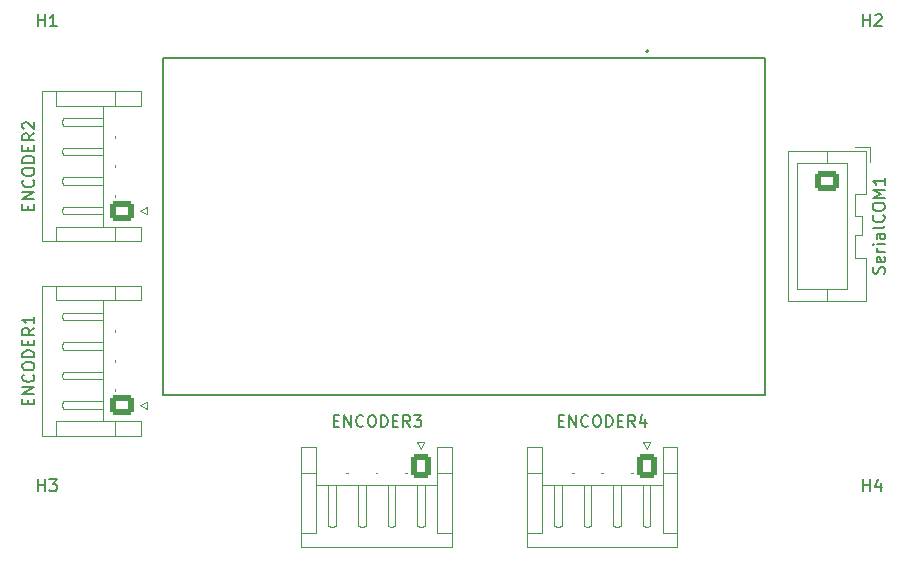
<source format=gto>
%TF.GenerationSoftware,KiCad,Pcbnew,8.0.6*%
%TF.CreationDate,2025-01-09T18:28:26-05:00*%
%TF.ProjectId,ESP32_ENCODERS,45535033-325f-4454-9e43-4f444552532e,rev?*%
%TF.SameCoordinates,Original*%
%TF.FileFunction,Legend,Top*%
%TF.FilePolarity,Positive*%
%FSLAX46Y46*%
G04 Gerber Fmt 4.6, Leading zero omitted, Abs format (unit mm)*
G04 Created by KiCad (PCBNEW 8.0.6) date 2025-01-09 18:28:26*
%MOMM*%
%LPD*%
G01*
G04 APERTURE LIST*
G04 Aperture macros list*
%AMRoundRect*
0 Rectangle with rounded corners*
0 $1 Rounding radius*
0 $2 $3 $4 $5 $6 $7 $8 $9 X,Y pos of 4 corners*
0 Add a 4 corners polygon primitive as box body*
4,1,4,$2,$3,$4,$5,$6,$7,$8,$9,$2,$3,0*
0 Add four circle primitives for the rounded corners*
1,1,$1+$1,$2,$3*
1,1,$1+$1,$4,$5*
1,1,$1+$1,$6,$7*
1,1,$1+$1,$8,$9*
0 Add four rect primitives between the rounded corners*
20,1,$1+$1,$2,$3,$4,$5,0*
20,1,$1+$1,$4,$5,$6,$7,0*
20,1,$1+$1,$6,$7,$8,$9,0*
20,1,$1+$1,$8,$9,$2,$3,0*%
G04 Aperture macros list end*
%ADD10C,0.150000*%
%ADD11C,0.120000*%
%ADD12C,0.200000*%
%ADD13C,0.127000*%
%ADD14C,3.800000*%
%ADD15O,1.700000X1.950000*%
%ADD16RoundRect,0.250000X0.600000X0.725000X-0.600000X0.725000X-0.600000X-0.725000X0.600000X-0.725000X0*%
%ADD17O,1.950000X1.700000*%
%ADD18RoundRect,0.250000X0.725000X-0.600000X0.725000X0.600000X-0.725000X0.600000X-0.725000X-0.600000X0*%
%ADD19RoundRect,0.250000X-0.725000X0.600000X-0.725000X-0.600000X0.725000X-0.600000X0.725000X0.600000X0*%
%ADD20C,2.000000*%
%ADD21R,2.000000X2.000000*%
G04 APERTURE END LIST*
D10*
X128778095Y-88444819D02*
X128778095Y-87444819D01*
X128778095Y-87921009D02*
X129349523Y-87921009D01*
X129349523Y-88444819D02*
X129349523Y-87444819D01*
X130254285Y-87778152D02*
X130254285Y-88444819D01*
X130016190Y-87397200D02*
X129778095Y-88111485D01*
X129778095Y-88111485D02*
X130397142Y-88111485D01*
X102989524Y-82481009D02*
X103322857Y-82481009D01*
X103465714Y-83004819D02*
X102989524Y-83004819D01*
X102989524Y-83004819D02*
X102989524Y-82004819D01*
X102989524Y-82004819D02*
X103465714Y-82004819D01*
X103894286Y-83004819D02*
X103894286Y-82004819D01*
X103894286Y-82004819D02*
X104465714Y-83004819D01*
X104465714Y-83004819D02*
X104465714Y-82004819D01*
X105513333Y-82909580D02*
X105465714Y-82957200D01*
X105465714Y-82957200D02*
X105322857Y-83004819D01*
X105322857Y-83004819D02*
X105227619Y-83004819D01*
X105227619Y-83004819D02*
X105084762Y-82957200D01*
X105084762Y-82957200D02*
X104989524Y-82861961D01*
X104989524Y-82861961D02*
X104941905Y-82766723D01*
X104941905Y-82766723D02*
X104894286Y-82576247D01*
X104894286Y-82576247D02*
X104894286Y-82433390D01*
X104894286Y-82433390D02*
X104941905Y-82242914D01*
X104941905Y-82242914D02*
X104989524Y-82147676D01*
X104989524Y-82147676D02*
X105084762Y-82052438D01*
X105084762Y-82052438D02*
X105227619Y-82004819D01*
X105227619Y-82004819D02*
X105322857Y-82004819D01*
X105322857Y-82004819D02*
X105465714Y-82052438D01*
X105465714Y-82052438D02*
X105513333Y-82100057D01*
X106132381Y-82004819D02*
X106322857Y-82004819D01*
X106322857Y-82004819D02*
X106418095Y-82052438D01*
X106418095Y-82052438D02*
X106513333Y-82147676D01*
X106513333Y-82147676D02*
X106560952Y-82338152D01*
X106560952Y-82338152D02*
X106560952Y-82671485D01*
X106560952Y-82671485D02*
X106513333Y-82861961D01*
X106513333Y-82861961D02*
X106418095Y-82957200D01*
X106418095Y-82957200D02*
X106322857Y-83004819D01*
X106322857Y-83004819D02*
X106132381Y-83004819D01*
X106132381Y-83004819D02*
X106037143Y-82957200D01*
X106037143Y-82957200D02*
X105941905Y-82861961D01*
X105941905Y-82861961D02*
X105894286Y-82671485D01*
X105894286Y-82671485D02*
X105894286Y-82338152D01*
X105894286Y-82338152D02*
X105941905Y-82147676D01*
X105941905Y-82147676D02*
X106037143Y-82052438D01*
X106037143Y-82052438D02*
X106132381Y-82004819D01*
X106989524Y-83004819D02*
X106989524Y-82004819D01*
X106989524Y-82004819D02*
X107227619Y-82004819D01*
X107227619Y-82004819D02*
X107370476Y-82052438D01*
X107370476Y-82052438D02*
X107465714Y-82147676D01*
X107465714Y-82147676D02*
X107513333Y-82242914D01*
X107513333Y-82242914D02*
X107560952Y-82433390D01*
X107560952Y-82433390D02*
X107560952Y-82576247D01*
X107560952Y-82576247D02*
X107513333Y-82766723D01*
X107513333Y-82766723D02*
X107465714Y-82861961D01*
X107465714Y-82861961D02*
X107370476Y-82957200D01*
X107370476Y-82957200D02*
X107227619Y-83004819D01*
X107227619Y-83004819D02*
X106989524Y-83004819D01*
X107989524Y-82481009D02*
X108322857Y-82481009D01*
X108465714Y-83004819D02*
X107989524Y-83004819D01*
X107989524Y-83004819D02*
X107989524Y-82004819D01*
X107989524Y-82004819D02*
X108465714Y-82004819D01*
X109465714Y-83004819D02*
X109132381Y-82528628D01*
X108894286Y-83004819D02*
X108894286Y-82004819D01*
X108894286Y-82004819D02*
X109275238Y-82004819D01*
X109275238Y-82004819D02*
X109370476Y-82052438D01*
X109370476Y-82052438D02*
X109418095Y-82100057D01*
X109418095Y-82100057D02*
X109465714Y-82195295D01*
X109465714Y-82195295D02*
X109465714Y-82338152D01*
X109465714Y-82338152D02*
X109418095Y-82433390D01*
X109418095Y-82433390D02*
X109370476Y-82481009D01*
X109370476Y-82481009D02*
X109275238Y-82528628D01*
X109275238Y-82528628D02*
X108894286Y-82528628D01*
X110322857Y-82338152D02*
X110322857Y-83004819D01*
X110084762Y-81957200D02*
X109846667Y-82671485D01*
X109846667Y-82671485D02*
X110465714Y-82671485D01*
X83939524Y-82481009D02*
X84272857Y-82481009D01*
X84415714Y-83004819D02*
X83939524Y-83004819D01*
X83939524Y-83004819D02*
X83939524Y-82004819D01*
X83939524Y-82004819D02*
X84415714Y-82004819D01*
X84844286Y-83004819D02*
X84844286Y-82004819D01*
X84844286Y-82004819D02*
X85415714Y-83004819D01*
X85415714Y-83004819D02*
X85415714Y-82004819D01*
X86463333Y-82909580D02*
X86415714Y-82957200D01*
X86415714Y-82957200D02*
X86272857Y-83004819D01*
X86272857Y-83004819D02*
X86177619Y-83004819D01*
X86177619Y-83004819D02*
X86034762Y-82957200D01*
X86034762Y-82957200D02*
X85939524Y-82861961D01*
X85939524Y-82861961D02*
X85891905Y-82766723D01*
X85891905Y-82766723D02*
X85844286Y-82576247D01*
X85844286Y-82576247D02*
X85844286Y-82433390D01*
X85844286Y-82433390D02*
X85891905Y-82242914D01*
X85891905Y-82242914D02*
X85939524Y-82147676D01*
X85939524Y-82147676D02*
X86034762Y-82052438D01*
X86034762Y-82052438D02*
X86177619Y-82004819D01*
X86177619Y-82004819D02*
X86272857Y-82004819D01*
X86272857Y-82004819D02*
X86415714Y-82052438D01*
X86415714Y-82052438D02*
X86463333Y-82100057D01*
X87082381Y-82004819D02*
X87272857Y-82004819D01*
X87272857Y-82004819D02*
X87368095Y-82052438D01*
X87368095Y-82052438D02*
X87463333Y-82147676D01*
X87463333Y-82147676D02*
X87510952Y-82338152D01*
X87510952Y-82338152D02*
X87510952Y-82671485D01*
X87510952Y-82671485D02*
X87463333Y-82861961D01*
X87463333Y-82861961D02*
X87368095Y-82957200D01*
X87368095Y-82957200D02*
X87272857Y-83004819D01*
X87272857Y-83004819D02*
X87082381Y-83004819D01*
X87082381Y-83004819D02*
X86987143Y-82957200D01*
X86987143Y-82957200D02*
X86891905Y-82861961D01*
X86891905Y-82861961D02*
X86844286Y-82671485D01*
X86844286Y-82671485D02*
X86844286Y-82338152D01*
X86844286Y-82338152D02*
X86891905Y-82147676D01*
X86891905Y-82147676D02*
X86987143Y-82052438D01*
X86987143Y-82052438D02*
X87082381Y-82004819D01*
X87939524Y-83004819D02*
X87939524Y-82004819D01*
X87939524Y-82004819D02*
X88177619Y-82004819D01*
X88177619Y-82004819D02*
X88320476Y-82052438D01*
X88320476Y-82052438D02*
X88415714Y-82147676D01*
X88415714Y-82147676D02*
X88463333Y-82242914D01*
X88463333Y-82242914D02*
X88510952Y-82433390D01*
X88510952Y-82433390D02*
X88510952Y-82576247D01*
X88510952Y-82576247D02*
X88463333Y-82766723D01*
X88463333Y-82766723D02*
X88415714Y-82861961D01*
X88415714Y-82861961D02*
X88320476Y-82957200D01*
X88320476Y-82957200D02*
X88177619Y-83004819D01*
X88177619Y-83004819D02*
X87939524Y-83004819D01*
X88939524Y-82481009D02*
X89272857Y-82481009D01*
X89415714Y-83004819D02*
X88939524Y-83004819D01*
X88939524Y-83004819D02*
X88939524Y-82004819D01*
X88939524Y-82004819D02*
X89415714Y-82004819D01*
X90415714Y-83004819D02*
X90082381Y-82528628D01*
X89844286Y-83004819D02*
X89844286Y-82004819D01*
X89844286Y-82004819D02*
X90225238Y-82004819D01*
X90225238Y-82004819D02*
X90320476Y-82052438D01*
X90320476Y-82052438D02*
X90368095Y-82100057D01*
X90368095Y-82100057D02*
X90415714Y-82195295D01*
X90415714Y-82195295D02*
X90415714Y-82338152D01*
X90415714Y-82338152D02*
X90368095Y-82433390D01*
X90368095Y-82433390D02*
X90320476Y-82481009D01*
X90320476Y-82481009D02*
X90225238Y-82528628D01*
X90225238Y-82528628D02*
X89844286Y-82528628D01*
X90749048Y-82004819D02*
X91368095Y-82004819D01*
X91368095Y-82004819D02*
X91034762Y-82385771D01*
X91034762Y-82385771D02*
X91177619Y-82385771D01*
X91177619Y-82385771D02*
X91272857Y-82433390D01*
X91272857Y-82433390D02*
X91320476Y-82481009D01*
X91320476Y-82481009D02*
X91368095Y-82576247D01*
X91368095Y-82576247D02*
X91368095Y-82814342D01*
X91368095Y-82814342D02*
X91320476Y-82909580D01*
X91320476Y-82909580D02*
X91272857Y-82957200D01*
X91272857Y-82957200D02*
X91177619Y-83004819D01*
X91177619Y-83004819D02*
X90891905Y-83004819D01*
X90891905Y-83004819D02*
X90796667Y-82957200D01*
X90796667Y-82957200D02*
X90749048Y-82909580D01*
X58071009Y-64630475D02*
X58071009Y-64297142D01*
X58594819Y-64154285D02*
X58594819Y-64630475D01*
X58594819Y-64630475D02*
X57594819Y-64630475D01*
X57594819Y-64630475D02*
X57594819Y-64154285D01*
X58594819Y-63725713D02*
X57594819Y-63725713D01*
X57594819Y-63725713D02*
X58594819Y-63154285D01*
X58594819Y-63154285D02*
X57594819Y-63154285D01*
X58499580Y-62106666D02*
X58547200Y-62154285D01*
X58547200Y-62154285D02*
X58594819Y-62297142D01*
X58594819Y-62297142D02*
X58594819Y-62392380D01*
X58594819Y-62392380D02*
X58547200Y-62535237D01*
X58547200Y-62535237D02*
X58451961Y-62630475D01*
X58451961Y-62630475D02*
X58356723Y-62678094D01*
X58356723Y-62678094D02*
X58166247Y-62725713D01*
X58166247Y-62725713D02*
X58023390Y-62725713D01*
X58023390Y-62725713D02*
X57832914Y-62678094D01*
X57832914Y-62678094D02*
X57737676Y-62630475D01*
X57737676Y-62630475D02*
X57642438Y-62535237D01*
X57642438Y-62535237D02*
X57594819Y-62392380D01*
X57594819Y-62392380D02*
X57594819Y-62297142D01*
X57594819Y-62297142D02*
X57642438Y-62154285D01*
X57642438Y-62154285D02*
X57690057Y-62106666D01*
X57594819Y-61487618D02*
X57594819Y-61297142D01*
X57594819Y-61297142D02*
X57642438Y-61201904D01*
X57642438Y-61201904D02*
X57737676Y-61106666D01*
X57737676Y-61106666D02*
X57928152Y-61059047D01*
X57928152Y-61059047D02*
X58261485Y-61059047D01*
X58261485Y-61059047D02*
X58451961Y-61106666D01*
X58451961Y-61106666D02*
X58547200Y-61201904D01*
X58547200Y-61201904D02*
X58594819Y-61297142D01*
X58594819Y-61297142D02*
X58594819Y-61487618D01*
X58594819Y-61487618D02*
X58547200Y-61582856D01*
X58547200Y-61582856D02*
X58451961Y-61678094D01*
X58451961Y-61678094D02*
X58261485Y-61725713D01*
X58261485Y-61725713D02*
X57928152Y-61725713D01*
X57928152Y-61725713D02*
X57737676Y-61678094D01*
X57737676Y-61678094D02*
X57642438Y-61582856D01*
X57642438Y-61582856D02*
X57594819Y-61487618D01*
X58594819Y-60630475D02*
X57594819Y-60630475D01*
X57594819Y-60630475D02*
X57594819Y-60392380D01*
X57594819Y-60392380D02*
X57642438Y-60249523D01*
X57642438Y-60249523D02*
X57737676Y-60154285D01*
X57737676Y-60154285D02*
X57832914Y-60106666D01*
X57832914Y-60106666D02*
X58023390Y-60059047D01*
X58023390Y-60059047D02*
X58166247Y-60059047D01*
X58166247Y-60059047D02*
X58356723Y-60106666D01*
X58356723Y-60106666D02*
X58451961Y-60154285D01*
X58451961Y-60154285D02*
X58547200Y-60249523D01*
X58547200Y-60249523D02*
X58594819Y-60392380D01*
X58594819Y-60392380D02*
X58594819Y-60630475D01*
X58071009Y-59630475D02*
X58071009Y-59297142D01*
X58594819Y-59154285D02*
X58594819Y-59630475D01*
X58594819Y-59630475D02*
X57594819Y-59630475D01*
X57594819Y-59630475D02*
X57594819Y-59154285D01*
X58594819Y-58154285D02*
X58118628Y-58487618D01*
X58594819Y-58725713D02*
X57594819Y-58725713D01*
X57594819Y-58725713D02*
X57594819Y-58344761D01*
X57594819Y-58344761D02*
X57642438Y-58249523D01*
X57642438Y-58249523D02*
X57690057Y-58201904D01*
X57690057Y-58201904D02*
X57785295Y-58154285D01*
X57785295Y-58154285D02*
X57928152Y-58154285D01*
X57928152Y-58154285D02*
X58023390Y-58201904D01*
X58023390Y-58201904D02*
X58071009Y-58249523D01*
X58071009Y-58249523D02*
X58118628Y-58344761D01*
X58118628Y-58344761D02*
X58118628Y-58725713D01*
X57690057Y-57773332D02*
X57642438Y-57725713D01*
X57642438Y-57725713D02*
X57594819Y-57630475D01*
X57594819Y-57630475D02*
X57594819Y-57392380D01*
X57594819Y-57392380D02*
X57642438Y-57297142D01*
X57642438Y-57297142D02*
X57690057Y-57249523D01*
X57690057Y-57249523D02*
X57785295Y-57201904D01*
X57785295Y-57201904D02*
X57880533Y-57201904D01*
X57880533Y-57201904D02*
X58023390Y-57249523D01*
X58023390Y-57249523D02*
X58594819Y-57820951D01*
X58594819Y-57820951D02*
X58594819Y-57201904D01*
X58071009Y-81100475D02*
X58071009Y-80767142D01*
X58594819Y-80624285D02*
X58594819Y-81100475D01*
X58594819Y-81100475D02*
X57594819Y-81100475D01*
X57594819Y-81100475D02*
X57594819Y-80624285D01*
X58594819Y-80195713D02*
X57594819Y-80195713D01*
X57594819Y-80195713D02*
X58594819Y-79624285D01*
X58594819Y-79624285D02*
X57594819Y-79624285D01*
X58499580Y-78576666D02*
X58547200Y-78624285D01*
X58547200Y-78624285D02*
X58594819Y-78767142D01*
X58594819Y-78767142D02*
X58594819Y-78862380D01*
X58594819Y-78862380D02*
X58547200Y-79005237D01*
X58547200Y-79005237D02*
X58451961Y-79100475D01*
X58451961Y-79100475D02*
X58356723Y-79148094D01*
X58356723Y-79148094D02*
X58166247Y-79195713D01*
X58166247Y-79195713D02*
X58023390Y-79195713D01*
X58023390Y-79195713D02*
X57832914Y-79148094D01*
X57832914Y-79148094D02*
X57737676Y-79100475D01*
X57737676Y-79100475D02*
X57642438Y-79005237D01*
X57642438Y-79005237D02*
X57594819Y-78862380D01*
X57594819Y-78862380D02*
X57594819Y-78767142D01*
X57594819Y-78767142D02*
X57642438Y-78624285D01*
X57642438Y-78624285D02*
X57690057Y-78576666D01*
X57594819Y-77957618D02*
X57594819Y-77767142D01*
X57594819Y-77767142D02*
X57642438Y-77671904D01*
X57642438Y-77671904D02*
X57737676Y-77576666D01*
X57737676Y-77576666D02*
X57928152Y-77529047D01*
X57928152Y-77529047D02*
X58261485Y-77529047D01*
X58261485Y-77529047D02*
X58451961Y-77576666D01*
X58451961Y-77576666D02*
X58547200Y-77671904D01*
X58547200Y-77671904D02*
X58594819Y-77767142D01*
X58594819Y-77767142D02*
X58594819Y-77957618D01*
X58594819Y-77957618D02*
X58547200Y-78052856D01*
X58547200Y-78052856D02*
X58451961Y-78148094D01*
X58451961Y-78148094D02*
X58261485Y-78195713D01*
X58261485Y-78195713D02*
X57928152Y-78195713D01*
X57928152Y-78195713D02*
X57737676Y-78148094D01*
X57737676Y-78148094D02*
X57642438Y-78052856D01*
X57642438Y-78052856D02*
X57594819Y-77957618D01*
X58594819Y-77100475D02*
X57594819Y-77100475D01*
X57594819Y-77100475D02*
X57594819Y-76862380D01*
X57594819Y-76862380D02*
X57642438Y-76719523D01*
X57642438Y-76719523D02*
X57737676Y-76624285D01*
X57737676Y-76624285D02*
X57832914Y-76576666D01*
X57832914Y-76576666D02*
X58023390Y-76529047D01*
X58023390Y-76529047D02*
X58166247Y-76529047D01*
X58166247Y-76529047D02*
X58356723Y-76576666D01*
X58356723Y-76576666D02*
X58451961Y-76624285D01*
X58451961Y-76624285D02*
X58547200Y-76719523D01*
X58547200Y-76719523D02*
X58594819Y-76862380D01*
X58594819Y-76862380D02*
X58594819Y-77100475D01*
X58071009Y-76100475D02*
X58071009Y-75767142D01*
X58594819Y-75624285D02*
X58594819Y-76100475D01*
X58594819Y-76100475D02*
X57594819Y-76100475D01*
X57594819Y-76100475D02*
X57594819Y-75624285D01*
X58594819Y-74624285D02*
X58118628Y-74957618D01*
X58594819Y-75195713D02*
X57594819Y-75195713D01*
X57594819Y-75195713D02*
X57594819Y-74814761D01*
X57594819Y-74814761D02*
X57642438Y-74719523D01*
X57642438Y-74719523D02*
X57690057Y-74671904D01*
X57690057Y-74671904D02*
X57785295Y-74624285D01*
X57785295Y-74624285D02*
X57928152Y-74624285D01*
X57928152Y-74624285D02*
X58023390Y-74671904D01*
X58023390Y-74671904D02*
X58071009Y-74719523D01*
X58071009Y-74719523D02*
X58118628Y-74814761D01*
X58118628Y-74814761D02*
X58118628Y-75195713D01*
X58594819Y-73671904D02*
X58594819Y-74243332D01*
X58594819Y-73957618D02*
X57594819Y-73957618D01*
X57594819Y-73957618D02*
X57737676Y-74052856D01*
X57737676Y-74052856D02*
X57832914Y-74148094D01*
X57832914Y-74148094D02*
X57880533Y-74243332D01*
X130537200Y-70027618D02*
X130584819Y-69884761D01*
X130584819Y-69884761D02*
X130584819Y-69646666D01*
X130584819Y-69646666D02*
X130537200Y-69551428D01*
X130537200Y-69551428D02*
X130489580Y-69503809D01*
X130489580Y-69503809D02*
X130394342Y-69456190D01*
X130394342Y-69456190D02*
X130299104Y-69456190D01*
X130299104Y-69456190D02*
X130203866Y-69503809D01*
X130203866Y-69503809D02*
X130156247Y-69551428D01*
X130156247Y-69551428D02*
X130108628Y-69646666D01*
X130108628Y-69646666D02*
X130061009Y-69837142D01*
X130061009Y-69837142D02*
X130013390Y-69932380D01*
X130013390Y-69932380D02*
X129965771Y-69979999D01*
X129965771Y-69979999D02*
X129870533Y-70027618D01*
X129870533Y-70027618D02*
X129775295Y-70027618D01*
X129775295Y-70027618D02*
X129680057Y-69979999D01*
X129680057Y-69979999D02*
X129632438Y-69932380D01*
X129632438Y-69932380D02*
X129584819Y-69837142D01*
X129584819Y-69837142D02*
X129584819Y-69599047D01*
X129584819Y-69599047D02*
X129632438Y-69456190D01*
X130537200Y-68646666D02*
X130584819Y-68741904D01*
X130584819Y-68741904D02*
X130584819Y-68932380D01*
X130584819Y-68932380D02*
X130537200Y-69027618D01*
X130537200Y-69027618D02*
X130441961Y-69075237D01*
X130441961Y-69075237D02*
X130061009Y-69075237D01*
X130061009Y-69075237D02*
X129965771Y-69027618D01*
X129965771Y-69027618D02*
X129918152Y-68932380D01*
X129918152Y-68932380D02*
X129918152Y-68741904D01*
X129918152Y-68741904D02*
X129965771Y-68646666D01*
X129965771Y-68646666D02*
X130061009Y-68599047D01*
X130061009Y-68599047D02*
X130156247Y-68599047D01*
X130156247Y-68599047D02*
X130251485Y-69075237D01*
X130584819Y-68170475D02*
X129918152Y-68170475D01*
X130108628Y-68170475D02*
X130013390Y-68122856D01*
X130013390Y-68122856D02*
X129965771Y-68075237D01*
X129965771Y-68075237D02*
X129918152Y-67979999D01*
X129918152Y-67979999D02*
X129918152Y-67884761D01*
X130584819Y-67551427D02*
X129918152Y-67551427D01*
X129584819Y-67551427D02*
X129632438Y-67599046D01*
X129632438Y-67599046D02*
X129680057Y-67551427D01*
X129680057Y-67551427D02*
X129632438Y-67503808D01*
X129632438Y-67503808D02*
X129584819Y-67551427D01*
X129584819Y-67551427D02*
X129680057Y-67551427D01*
X130584819Y-66646666D02*
X130061009Y-66646666D01*
X130061009Y-66646666D02*
X129965771Y-66694285D01*
X129965771Y-66694285D02*
X129918152Y-66789523D01*
X129918152Y-66789523D02*
X129918152Y-66979999D01*
X129918152Y-66979999D02*
X129965771Y-67075237D01*
X130537200Y-66646666D02*
X130584819Y-66741904D01*
X130584819Y-66741904D02*
X130584819Y-66979999D01*
X130584819Y-66979999D02*
X130537200Y-67075237D01*
X130537200Y-67075237D02*
X130441961Y-67122856D01*
X130441961Y-67122856D02*
X130346723Y-67122856D01*
X130346723Y-67122856D02*
X130251485Y-67075237D01*
X130251485Y-67075237D02*
X130203866Y-66979999D01*
X130203866Y-66979999D02*
X130203866Y-66741904D01*
X130203866Y-66741904D02*
X130156247Y-66646666D01*
X130584819Y-66027618D02*
X130537200Y-66122856D01*
X130537200Y-66122856D02*
X130441961Y-66170475D01*
X130441961Y-66170475D02*
X129584819Y-66170475D01*
X130489580Y-65075237D02*
X130537200Y-65122856D01*
X130537200Y-65122856D02*
X130584819Y-65265713D01*
X130584819Y-65265713D02*
X130584819Y-65360951D01*
X130584819Y-65360951D02*
X130537200Y-65503808D01*
X130537200Y-65503808D02*
X130441961Y-65599046D01*
X130441961Y-65599046D02*
X130346723Y-65646665D01*
X130346723Y-65646665D02*
X130156247Y-65694284D01*
X130156247Y-65694284D02*
X130013390Y-65694284D01*
X130013390Y-65694284D02*
X129822914Y-65646665D01*
X129822914Y-65646665D02*
X129727676Y-65599046D01*
X129727676Y-65599046D02*
X129632438Y-65503808D01*
X129632438Y-65503808D02*
X129584819Y-65360951D01*
X129584819Y-65360951D02*
X129584819Y-65265713D01*
X129584819Y-65265713D02*
X129632438Y-65122856D01*
X129632438Y-65122856D02*
X129680057Y-65075237D01*
X129584819Y-64456189D02*
X129584819Y-64265713D01*
X129584819Y-64265713D02*
X129632438Y-64170475D01*
X129632438Y-64170475D02*
X129727676Y-64075237D01*
X129727676Y-64075237D02*
X129918152Y-64027618D01*
X129918152Y-64027618D02*
X130251485Y-64027618D01*
X130251485Y-64027618D02*
X130441961Y-64075237D01*
X130441961Y-64075237D02*
X130537200Y-64170475D01*
X130537200Y-64170475D02*
X130584819Y-64265713D01*
X130584819Y-64265713D02*
X130584819Y-64456189D01*
X130584819Y-64456189D02*
X130537200Y-64551427D01*
X130537200Y-64551427D02*
X130441961Y-64646665D01*
X130441961Y-64646665D02*
X130251485Y-64694284D01*
X130251485Y-64694284D02*
X129918152Y-64694284D01*
X129918152Y-64694284D02*
X129727676Y-64646665D01*
X129727676Y-64646665D02*
X129632438Y-64551427D01*
X129632438Y-64551427D02*
X129584819Y-64456189D01*
X130584819Y-63599046D02*
X129584819Y-63599046D01*
X129584819Y-63599046D02*
X130299104Y-63265713D01*
X130299104Y-63265713D02*
X129584819Y-62932380D01*
X129584819Y-62932380D02*
X130584819Y-62932380D01*
X130584819Y-61932380D02*
X130584819Y-62503808D01*
X130584819Y-62218094D02*
X129584819Y-62218094D01*
X129584819Y-62218094D02*
X129727676Y-62313332D01*
X129727676Y-62313332D02*
X129822914Y-62408570D01*
X129822914Y-62408570D02*
X129870533Y-62503808D01*
X58928095Y-49074819D02*
X58928095Y-48074819D01*
X58928095Y-48551009D02*
X59499523Y-48551009D01*
X59499523Y-49074819D02*
X59499523Y-48074819D01*
X60499523Y-49074819D02*
X59928095Y-49074819D01*
X60213809Y-49074819D02*
X60213809Y-48074819D01*
X60213809Y-48074819D02*
X60118571Y-48217676D01*
X60118571Y-48217676D02*
X60023333Y-48312914D01*
X60023333Y-48312914D02*
X59928095Y-48360533D01*
X128778095Y-49074819D02*
X128778095Y-48074819D01*
X128778095Y-48551009D02*
X129349523Y-48551009D01*
X129349523Y-49074819D02*
X129349523Y-48074819D01*
X129778095Y-48170057D02*
X129825714Y-48122438D01*
X129825714Y-48122438D02*
X129920952Y-48074819D01*
X129920952Y-48074819D02*
X130159047Y-48074819D01*
X130159047Y-48074819D02*
X130254285Y-48122438D01*
X130254285Y-48122438D02*
X130301904Y-48170057D01*
X130301904Y-48170057D02*
X130349523Y-48265295D01*
X130349523Y-48265295D02*
X130349523Y-48360533D01*
X130349523Y-48360533D02*
X130301904Y-48503390D01*
X130301904Y-48503390D02*
X129730476Y-49074819D01*
X129730476Y-49074819D02*
X130349523Y-49074819D01*
X58928095Y-88444819D02*
X58928095Y-87444819D01*
X58928095Y-87921009D02*
X59499523Y-87921009D01*
X59499523Y-88444819D02*
X59499523Y-87444819D01*
X59880476Y-87444819D02*
X60499523Y-87444819D01*
X60499523Y-87444819D02*
X60166190Y-87825771D01*
X60166190Y-87825771D02*
X60309047Y-87825771D01*
X60309047Y-87825771D02*
X60404285Y-87873390D01*
X60404285Y-87873390D02*
X60451904Y-87921009D01*
X60451904Y-87921009D02*
X60499523Y-88016247D01*
X60499523Y-88016247D02*
X60499523Y-88254342D01*
X60499523Y-88254342D02*
X60451904Y-88349580D01*
X60451904Y-88349580D02*
X60404285Y-88397200D01*
X60404285Y-88397200D02*
X60309047Y-88444819D01*
X60309047Y-88444819D02*
X60023333Y-88444819D01*
X60023333Y-88444819D02*
X59928095Y-88397200D01*
X59928095Y-88397200D02*
X59880476Y-88349580D01*
D11*
%TO.C,ENCODER4*%
X100320000Y-84750000D02*
X101540000Y-84750000D01*
X100320000Y-91950000D02*
X101540000Y-91950000D01*
X100320000Y-93170000D02*
X100320000Y-84750000D01*
X101540000Y-84750000D02*
X101540000Y-86950000D01*
X101540000Y-86950000D02*
X100320000Y-86950000D01*
X101540000Y-91950000D02*
X101540000Y-86950000D01*
X102610000Y-87950000D02*
X102930000Y-87950000D01*
X102610000Y-91370000D02*
X102610000Y-87950000D01*
X102930000Y-87950000D02*
X103250000Y-87950000D01*
X102930000Y-91450000D02*
X102610000Y-91370000D01*
X103250000Y-87950000D02*
X103250000Y-91370000D01*
X103250000Y-91370000D02*
X102930000Y-91450000D01*
X104260000Y-86950000D02*
X104100000Y-86950000D01*
X105110000Y-87950000D02*
X105430000Y-87950000D01*
X105110000Y-91370000D02*
X105110000Y-87950000D01*
X105430000Y-87950000D02*
X105750000Y-87950000D01*
X105430000Y-91450000D02*
X105110000Y-91370000D01*
X105750000Y-87950000D02*
X105750000Y-91370000D01*
X105750000Y-91370000D02*
X105430000Y-91450000D01*
X106760000Y-86950000D02*
X106600000Y-86950000D01*
X107610000Y-87950000D02*
X107930000Y-87950000D01*
X107610000Y-91370000D02*
X107610000Y-87950000D01*
X107930000Y-87950000D02*
X108250000Y-87950000D01*
X107930000Y-91450000D02*
X107610000Y-91370000D01*
X108250000Y-87950000D02*
X108250000Y-91370000D01*
X108250000Y-91370000D02*
X107930000Y-91450000D01*
X109260000Y-86950000D02*
X109100000Y-86950000D01*
X110110000Y-87950000D02*
X110430000Y-87950000D01*
X110110000Y-91370000D02*
X110110000Y-87950000D01*
X110130000Y-84260000D02*
X110430000Y-84860000D01*
X110430000Y-84860000D02*
X110730000Y-84260000D01*
X110430000Y-87950000D02*
X110750000Y-87950000D01*
X110430000Y-91450000D02*
X110110000Y-91370000D01*
X110730000Y-84260000D02*
X110130000Y-84260000D01*
X110750000Y-87950000D02*
X110750000Y-91370000D01*
X110750000Y-91370000D02*
X110430000Y-91450000D01*
X111820000Y-84750000D02*
X113040000Y-84750000D01*
X111820000Y-86950000D02*
X111820000Y-84750000D01*
X111820000Y-86950000D02*
X113040000Y-86950000D01*
X111820000Y-87950000D02*
X101540000Y-87950000D01*
X111820000Y-91950000D02*
X111820000Y-86950000D01*
X113040000Y-84750000D02*
X113040000Y-93170000D01*
X113040000Y-91950000D02*
X111820000Y-91950000D01*
X113040000Y-93170000D02*
X100320000Y-93170000D01*
%TO.C,ENCODER3*%
X81210000Y-84750000D02*
X82430000Y-84750000D01*
X81210000Y-91950000D02*
X82430000Y-91950000D01*
X81210000Y-93170000D02*
X81210000Y-84750000D01*
X82430000Y-84750000D02*
X82430000Y-86950000D01*
X82430000Y-86950000D02*
X81210000Y-86950000D01*
X82430000Y-91950000D02*
X82430000Y-86950000D01*
X83500000Y-87950000D02*
X83820000Y-87950000D01*
X83500000Y-91370000D02*
X83500000Y-87950000D01*
X83820000Y-87950000D02*
X84140000Y-87950000D01*
X83820000Y-91450000D02*
X83500000Y-91370000D01*
X84140000Y-87950000D02*
X84140000Y-91370000D01*
X84140000Y-91370000D02*
X83820000Y-91450000D01*
X85150000Y-86950000D02*
X84990000Y-86950000D01*
X86000000Y-87950000D02*
X86320000Y-87950000D01*
X86000000Y-91370000D02*
X86000000Y-87950000D01*
X86320000Y-87950000D02*
X86640000Y-87950000D01*
X86320000Y-91450000D02*
X86000000Y-91370000D01*
X86640000Y-87950000D02*
X86640000Y-91370000D01*
X86640000Y-91370000D02*
X86320000Y-91450000D01*
X87650000Y-86950000D02*
X87490000Y-86950000D01*
X88500000Y-87950000D02*
X88820000Y-87950000D01*
X88500000Y-91370000D02*
X88500000Y-87950000D01*
X88820000Y-87950000D02*
X89140000Y-87950000D01*
X88820000Y-91450000D02*
X88500000Y-91370000D01*
X89140000Y-87950000D02*
X89140000Y-91370000D01*
X89140000Y-91370000D02*
X88820000Y-91450000D01*
X90150000Y-86950000D02*
X89990000Y-86950000D01*
X91000000Y-87950000D02*
X91320000Y-87950000D01*
X91000000Y-91370000D02*
X91000000Y-87950000D01*
X91020000Y-84260000D02*
X91320000Y-84860000D01*
X91320000Y-84860000D02*
X91620000Y-84260000D01*
X91320000Y-87950000D02*
X91640000Y-87950000D01*
X91320000Y-91450000D02*
X91000000Y-91370000D01*
X91620000Y-84260000D02*
X91020000Y-84260000D01*
X91640000Y-87950000D02*
X91640000Y-91370000D01*
X91640000Y-91370000D02*
X91320000Y-91450000D01*
X92710000Y-84750000D02*
X93930000Y-84750000D01*
X92710000Y-86950000D02*
X92710000Y-84750000D01*
X92710000Y-86950000D02*
X93930000Y-86950000D01*
X92710000Y-87950000D02*
X82430000Y-87950000D01*
X92710000Y-91950000D02*
X92710000Y-86950000D01*
X93930000Y-84750000D02*
X93930000Y-93170000D01*
X93930000Y-91950000D02*
X92710000Y-91950000D01*
X93930000Y-93170000D02*
X81210000Y-93170000D01*
%TO.C,ENCODER2*%
X67650000Y-54580000D02*
X67650000Y-55800000D01*
X60450000Y-54580000D02*
X60450000Y-55800000D01*
X59230000Y-54580000D02*
X67650000Y-54580000D01*
X67650000Y-55800000D02*
X65450000Y-55800000D01*
X65450000Y-55800000D02*
X65450000Y-54580000D01*
X60450000Y-55800000D02*
X65450000Y-55800000D01*
X64450000Y-56870000D02*
X64450000Y-57190000D01*
X61030000Y-56870000D02*
X64450000Y-56870000D01*
X64450000Y-57190000D02*
X64450000Y-57510000D01*
X60950000Y-57190000D02*
X61030000Y-56870000D01*
X64450000Y-57510000D02*
X61030000Y-57510000D01*
X61030000Y-57510000D02*
X60950000Y-57190000D01*
X65450000Y-58520000D02*
X65450000Y-58360000D01*
X64450000Y-59370000D02*
X64450000Y-59690000D01*
X61030000Y-59370000D02*
X64450000Y-59370000D01*
X64450000Y-59690000D02*
X64450000Y-60010000D01*
X60950000Y-59690000D02*
X61030000Y-59370000D01*
X64450000Y-60010000D02*
X61030000Y-60010000D01*
X61030000Y-60010000D02*
X60950000Y-59690000D01*
X65450000Y-61020000D02*
X65450000Y-60860000D01*
X64450000Y-61870000D02*
X64450000Y-62190000D01*
X61030000Y-61870000D02*
X64450000Y-61870000D01*
X64450000Y-62190000D02*
X64450000Y-62510000D01*
X60950000Y-62190000D02*
X61030000Y-61870000D01*
X64450000Y-62510000D02*
X61030000Y-62510000D01*
X61030000Y-62510000D02*
X60950000Y-62190000D01*
X65450000Y-63520000D02*
X65450000Y-63360000D01*
X64450000Y-64370000D02*
X64450000Y-64690000D01*
X61030000Y-64370000D02*
X64450000Y-64370000D01*
X68140000Y-64390000D02*
X67540000Y-64690000D01*
X67540000Y-64690000D02*
X68140000Y-64990000D01*
X64450000Y-64690000D02*
X64450000Y-65010000D01*
X60950000Y-64690000D02*
X61030000Y-64370000D01*
X68140000Y-64990000D02*
X68140000Y-64390000D01*
X64450000Y-65010000D02*
X61030000Y-65010000D01*
X61030000Y-65010000D02*
X60950000Y-64690000D01*
X67650000Y-66080000D02*
X67650000Y-67300000D01*
X65450000Y-66080000D02*
X67650000Y-66080000D01*
X65450000Y-66080000D02*
X65450000Y-67300000D01*
X64450000Y-66080000D02*
X64450000Y-55800000D01*
X60450000Y-66080000D02*
X65450000Y-66080000D01*
X67650000Y-67300000D02*
X59230000Y-67300000D01*
X60450000Y-67300000D02*
X60450000Y-66080000D01*
X59230000Y-67300000D02*
X59230000Y-54580000D01*
%TO.C,ENCODER1*%
X59230000Y-83770000D02*
X59230000Y-71050000D01*
X60450000Y-83770000D02*
X60450000Y-82550000D01*
X67650000Y-83770000D02*
X59230000Y-83770000D01*
X60450000Y-82550000D02*
X65450000Y-82550000D01*
X64450000Y-82550000D02*
X64450000Y-72270000D01*
X65450000Y-82550000D02*
X65450000Y-83770000D01*
X65450000Y-82550000D02*
X67650000Y-82550000D01*
X67650000Y-82550000D02*
X67650000Y-83770000D01*
X61030000Y-81480000D02*
X60950000Y-81160000D01*
X64450000Y-81480000D02*
X61030000Y-81480000D01*
X68140000Y-81460000D02*
X68140000Y-80860000D01*
X60950000Y-81160000D02*
X61030000Y-80840000D01*
X64450000Y-81160000D02*
X64450000Y-81480000D01*
X67540000Y-81160000D02*
X68140000Y-81460000D01*
X68140000Y-80860000D02*
X67540000Y-81160000D01*
X61030000Y-80840000D02*
X64450000Y-80840000D01*
X64450000Y-80840000D02*
X64450000Y-81160000D01*
X65450000Y-79990000D02*
X65450000Y-79830000D01*
X61030000Y-78980000D02*
X60950000Y-78660000D01*
X64450000Y-78980000D02*
X61030000Y-78980000D01*
X60950000Y-78660000D02*
X61030000Y-78340000D01*
X64450000Y-78660000D02*
X64450000Y-78980000D01*
X61030000Y-78340000D02*
X64450000Y-78340000D01*
X64450000Y-78340000D02*
X64450000Y-78660000D01*
X65450000Y-77490000D02*
X65450000Y-77330000D01*
X61030000Y-76480000D02*
X60950000Y-76160000D01*
X64450000Y-76480000D02*
X61030000Y-76480000D01*
X60950000Y-76160000D02*
X61030000Y-75840000D01*
X64450000Y-76160000D02*
X64450000Y-76480000D01*
X61030000Y-75840000D02*
X64450000Y-75840000D01*
X64450000Y-75840000D02*
X64450000Y-76160000D01*
X65450000Y-74990000D02*
X65450000Y-74830000D01*
X61030000Y-73980000D02*
X60950000Y-73660000D01*
X64450000Y-73980000D02*
X61030000Y-73980000D01*
X60950000Y-73660000D02*
X61030000Y-73340000D01*
X64450000Y-73660000D02*
X64450000Y-73980000D01*
X61030000Y-73340000D02*
X64450000Y-73340000D01*
X64450000Y-73340000D02*
X64450000Y-73660000D01*
X60450000Y-72270000D02*
X65450000Y-72270000D01*
X65450000Y-72270000D02*
X65450000Y-71050000D01*
X67650000Y-72270000D02*
X65450000Y-72270000D01*
X59230000Y-71050000D02*
X67650000Y-71050000D01*
X60450000Y-71050000D02*
X60450000Y-72270000D01*
X67650000Y-71050000D02*
X67650000Y-72270000D01*
%TO.C,SerialCOM1*%
X129340000Y-59320000D02*
X128090000Y-59320000D01*
X129040000Y-59620000D02*
X122420000Y-59620000D01*
X125730000Y-59620000D02*
X125730000Y-60630000D01*
X122420000Y-59620000D02*
X122420000Y-72340000D01*
X129340000Y-60570000D02*
X129340000Y-59320000D01*
X127430000Y-60630000D02*
X123130000Y-60630000D01*
X123130000Y-60630000D02*
X123130000Y-71330000D01*
X129040000Y-63280000D02*
X129040000Y-59620000D01*
X128040000Y-63280000D02*
X129040000Y-63280000D01*
X128640000Y-65180000D02*
X128040000Y-65180000D01*
X128040000Y-65180000D02*
X128040000Y-63280000D01*
X128640000Y-66780000D02*
X128640000Y-65180000D01*
X128040000Y-66780000D02*
X128640000Y-66780000D01*
X129040000Y-68680000D02*
X128040000Y-68680000D01*
X128040000Y-68680000D02*
X128040000Y-66780000D01*
X127430000Y-71330000D02*
X127430000Y-60630000D01*
X123130000Y-71330000D02*
X127430000Y-71330000D01*
X129040000Y-72340000D02*
X129040000Y-68680000D01*
X125730000Y-72340000D02*
X125730000Y-71330000D01*
X122420000Y-72340000D02*
X129040000Y-72340000D01*
D12*
%TO.C,U1*%
X110580000Y-51190000D02*
G75*
G02*
X110380000Y-51190000I-100000J0D01*
G01*
X110380000Y-51190000D02*
G75*
G02*
X110580000Y-51190000I100000J0D01*
G01*
D13*
X69490000Y-80270000D02*
X69490000Y-51760000D01*
X120440000Y-80270000D02*
X69490000Y-80270000D01*
X120440000Y-80270000D02*
X69490000Y-80270000D01*
X69490000Y-74820000D02*
X69490000Y-80270000D01*
X120440000Y-69540000D02*
X120440000Y-80270000D01*
X120440000Y-62829000D02*
X120440000Y-69540000D01*
X69490000Y-57130000D02*
X69490000Y-74820000D01*
X69490000Y-51760000D02*
X69490000Y-57130000D01*
X69490000Y-51760000D02*
X120440000Y-51760000D01*
X69490000Y-51760000D02*
X120440000Y-51760000D01*
X120440000Y-51760000D02*
X120440000Y-80270000D01*
X120440000Y-51760000D02*
X120440000Y-62829000D01*
%TD*%
%LPC*%
D14*
%TO.C,H4*%
X129540000Y-90890000D03*
%TD*%
D15*
%TO.C,ENCODER4*%
X102930000Y-86360000D03*
X105430000Y-86360000D03*
X107930000Y-86360000D03*
D16*
X110430000Y-86360000D03*
%TD*%
D15*
%TO.C,ENCODER3*%
X83820000Y-86360000D03*
X86320000Y-86360000D03*
X88820000Y-86360000D03*
D16*
X91320000Y-86360000D03*
%TD*%
D17*
%TO.C,ENCODER2*%
X66040000Y-57190000D03*
X66040000Y-59690000D03*
X66040000Y-62190000D03*
D18*
X66040000Y-64690000D03*
%TD*%
%TO.C,ENCODER1*%
X66040000Y-81160000D03*
D17*
X66040000Y-78660000D03*
X66040000Y-76160000D03*
X66040000Y-73660000D03*
%TD*%
D19*
%TO.C,SerialCOM1*%
X125730000Y-62230000D03*
D17*
X125730000Y-64730000D03*
X125730000Y-67230000D03*
X125730000Y-69730000D03*
%TD*%
D20*
%TO.C,U1*%
X74920000Y-53340000D03*
X77460000Y-53340000D03*
X80000000Y-53340000D03*
X82540000Y-53340000D03*
X85080000Y-53340000D03*
X87620000Y-53340000D03*
X90160000Y-53340000D03*
X92700000Y-53340000D03*
X95240000Y-53340000D03*
X97780000Y-53340000D03*
X100320000Y-53340000D03*
X102860000Y-53340000D03*
X105400000Y-53340000D03*
X107940000Y-53340000D03*
D21*
X110480000Y-53340000D03*
D20*
X110480000Y-78740000D03*
X107940000Y-78740000D03*
X105400000Y-78740000D03*
X102860000Y-78740000D03*
X100320000Y-78740000D03*
X97780000Y-78740000D03*
X95240000Y-78740000D03*
X92700000Y-78740000D03*
X90160000Y-78740000D03*
X87620000Y-78740000D03*
X85080000Y-78740000D03*
X82540000Y-78740000D03*
X80000000Y-78740000D03*
X77460000Y-78740000D03*
X74920000Y-78740000D03*
%TD*%
D14*
%TO.C,H1*%
X59690000Y-51520000D03*
%TD*%
%TO.C,H2*%
X129540000Y-51520000D03*
%TD*%
%TO.C,H3*%
X59690000Y-90890000D03*
%TD*%
%LPD*%
M02*

</source>
